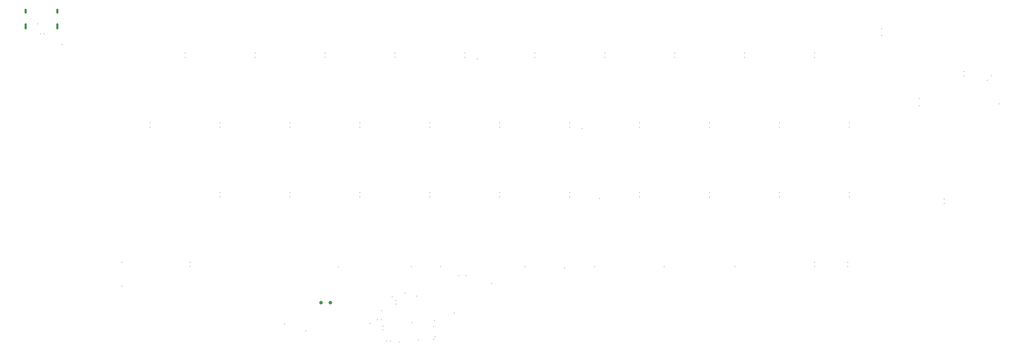
<source format=gbr>
%TF.GenerationSoftware,KiCad,Pcbnew,8.0.4*%
%TF.CreationDate,2024-09-09T16:00:10+08:00*%
%TF.ProjectId,PH60_Rev3,50483630-5f52-4657-9633-2e6b69636164,rev?*%
%TF.SameCoordinates,PX1b40518PY1b40518*%
%TF.FileFunction,Plated,1,2,PTH,Mixed*%
%TF.FilePolarity,Positive*%
%FSLAX46Y46*%
G04 Gerber Fmt 4.6, Leading zero omitted, Abs format (unit mm)*
G04 Created by KiCad (PCBNEW 8.0.4) date 2024-09-09 16:00:10*
%MOMM*%
%LPD*%
G01*
G04 APERTURE LIST*
%TA.AperFunction,ViaDrill*%
%ADD10C,0.300000*%
%TD*%
G04 aperture for slot hole*
%TA.AperFunction,ComponentDrill*%
%ADD11C,0.600000*%
%TD*%
%TA.AperFunction,ComponentDrill*%
%ADD12C,1.000000*%
%TD*%
G04 APERTURE END LIST*
D10*
X18000000Y-6080000D03*
X18800000Y-8855000D03*
X19800000Y-8855000D03*
X24750000Y-11750000D03*
X41000000Y-71255000D03*
X41023500Y-77726500D03*
X48704500Y-33155000D03*
X48704500Y-34355000D03*
X58229500Y-14105000D03*
X58229500Y-15305000D03*
X59564500Y-71255000D03*
X59564500Y-72455000D03*
X67754500Y-33155000D03*
X67754500Y-34355000D03*
X67754500Y-52205000D03*
X67754500Y-53405000D03*
X77279500Y-14105000D03*
X77279500Y-15305000D03*
X85312500Y-88050000D03*
X86804500Y-33155000D03*
X86804500Y-34355000D03*
X86804500Y-52205000D03*
X86804500Y-53405000D03*
X91092500Y-89900000D03*
X96329500Y-14105000D03*
X96329500Y-15305000D03*
X100000000Y-72500000D03*
X105854500Y-33155000D03*
X105854500Y-34355000D03*
X105854500Y-52205000D03*
X105854500Y-53405000D03*
X108632500Y-87900000D03*
X110592500Y-86900000D03*
X111632500Y-86900000D03*
X111750000Y-84420000D03*
X112115000Y-88700000D03*
X112115000Y-89700000D03*
X113145000Y-92700000D03*
X114105000Y-92700000D03*
X114622500Y-80610000D03*
X115379500Y-14105000D03*
X115379500Y-15305000D03*
X115612500Y-81670000D03*
X115612500Y-82630000D03*
X116500000Y-93010000D03*
X118147794Y-79602206D03*
X119859785Y-72455000D03*
X120062500Y-87700000D03*
X121300000Y-80420000D03*
X121730000Y-92400000D03*
X124904500Y-33155000D03*
X124904500Y-34355000D03*
X124904500Y-52205000D03*
X124904500Y-53405000D03*
X125856758Y-92215742D03*
X126018067Y-88731933D03*
X126165861Y-87182668D03*
X126299265Y-91549265D03*
X127850785Y-72455000D03*
X131550000Y-85050000D03*
X132750000Y-74855000D03*
X134429500Y-14105000D03*
X134429500Y-15305000D03*
X134800000Y-74855000D03*
X137795000Y-15705000D03*
X141750000Y-77000000D03*
X143954500Y-33155000D03*
X143954500Y-34355000D03*
X143954500Y-52205000D03*
X143954500Y-53405000D03*
X150750000Y-72455000D03*
X153479500Y-14105000D03*
X153479500Y-15305000D03*
X161607500Y-72855000D03*
X163004500Y-33155000D03*
X163004500Y-34355000D03*
X163004500Y-52205000D03*
X163004500Y-53405000D03*
X166370000Y-34755000D03*
X169750000Y-72455000D03*
X171132500Y-53805000D03*
X172529500Y-14105000D03*
X172529500Y-15305000D03*
X182054500Y-33155000D03*
X182054500Y-34355000D03*
X182054500Y-52205000D03*
X182054500Y-53405000D03*
X188750000Y-72455000D03*
X191579500Y-14105000D03*
X191579500Y-15305000D03*
X201104500Y-33155000D03*
X201104500Y-34355000D03*
X201104500Y-52205000D03*
X201104500Y-53405000D03*
X208000000Y-72455000D03*
X210629500Y-14105000D03*
X210629500Y-15305000D03*
X220154500Y-33155000D03*
X220154500Y-34355000D03*
X220154500Y-52205000D03*
X220154500Y-53405000D03*
X229679500Y-14105000D03*
X229679500Y-15305000D03*
X229679500Y-71255000D03*
X229679500Y-72455000D03*
X238750000Y-71255000D03*
X238750000Y-72455000D03*
X239204500Y-33155000D03*
X239204500Y-34355000D03*
X239204500Y-52205000D03*
X239204500Y-53405000D03*
X248000000Y-7500000D03*
X248019265Y-9269265D03*
X258250000Y-26500000D03*
X258250000Y-28500000D03*
X265000000Y-53980000D03*
X265000000Y-55180000D03*
X270383000Y-19150000D03*
X270383000Y-20350000D03*
X276750000Y-21500000D03*
X277957108Y-20292892D03*
X280023750Y-28000000D03*
D11*
%TO.C,J1*%
X14730000Y-3000000D02*
X14730000Y-2200000D01*
X14730000Y-7330000D02*
X14730000Y-6230000D01*
X23370000Y-3000000D02*
X23370000Y-2200000D01*
X23370000Y-7330000D02*
X23370000Y-6230000D01*
D12*
%TO.C,J2*%
X95225000Y-82250000D03*
X97765000Y-82250000D03*
M02*

</source>
